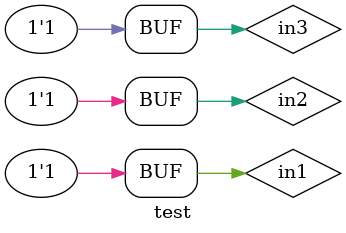
<source format=sv>
module nand_gate(out,in1,in2,in3);
input in1,in2,in3;
output out;
supply1 vcc;
supply0 gnd;
wire w1,w2;
pmos p1(out,in1,vcc);
pmos p2(out,in2,vcc);
pmos p3(out,in3,vcc);

nmos n1(out,in1,w1);
nmos n2(out,in2,w2);
nmos n3(out,in3,gnd);
endmodule

module test;
reg in1,in2,in3;
wire out;
nand_gate n1(out,in1,in2,in3);
initial begin 
    $monitor(out);
    in1=0; in2=0;in3=1;
    #5 in1=1;in2=1;in3=1;
end
endmodule
</source>
